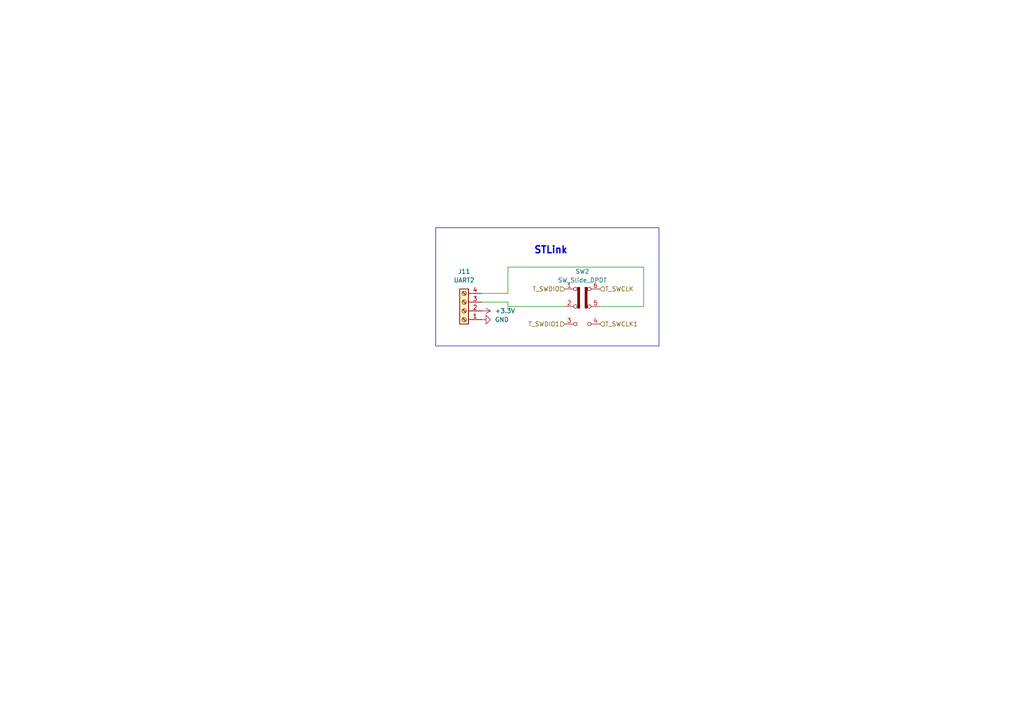
<source format=kicad_sch>
(kicad_sch (version 20231120) (generator "eeschema") (generator_version "8.0")
  (paper "A4")
  (lib_symbols
    (symbol "Connector:Screw_Terminal_01x04" (pin_names (offset 1.016) hide)
      (property "Reference" "J" (at 0 5.08 0))
      (property "Value" "Screw_Terminal_01x04" (at 0 -7.62 0))
      (symbol "Screw_Terminal_01x04_1_1"
        (rectangle (start -1.27 3.81) (end 1.27 -6.35) (stroke (width 0.254)) (fill (type background)))
        (circle (center 0 -5.08) (radius 0.635) (stroke (width 0.1524)))
        (circle (center 0 -2.54) (radius 0.635) (stroke (width 0.1524)))
        (polyline (pts (xy -0.5334 -4.7498) (xy 0.3302 -5.588)) (stroke (width 0.1524)))
        (polyline (pts (xy -0.5334 -2.2098) (xy 0.3302 -3.048)) (stroke (width 0.1524)))
        (polyline (pts (xy -0.5334 0.3302) (xy 0.3302 -0.508)) (stroke (width 0.1524)))
        (polyline (pts (xy -0.5334 2.8702) (xy 0.3302 2.032)) (stroke (width 0.1524)))
        (polyline (pts (xy -0.3556 -4.572) (xy 0.508 -5.4102)) (stroke (width 0.1524)))
        (polyline (pts (xy -0.3556 -2.032) (xy 0.508 -2.8702)) (stroke (width 0.1524)))
        (polyline (pts (xy -0.3556 0.508) (xy 0.508 -0.3302)) (stroke (width 0.1524)))
        (polyline (pts (xy -0.3556 3.048) (xy 0.508 2.2098)) (stroke (width 0.1524)))
        (circle (center 0 0) (radius 0.635) (stroke (width 0.1524)))
        (circle (center 0 2.54) (radius 0.635) (stroke (width 0.1524)))
        (pin passive line (at -5.08 2.54 0) (length 3.81) (name "Pin_1") (number "1"))
        (pin passive line (at -5.08 0 0) (length 3.81) (name "Pin_2") (number "2"))
        (pin passive line (at -5.08 -2.54 0) (length 3.81) (name "Pin_3") (number "3"))
        (pin passive line (at -5.08 -5.08 0) (length 3.81) (name "Pin_4") (number "4"))
      )
    )
    (symbol "Switch:SW_Slide_DPDT" (pin_names (offset 0) hide)
      (property "Reference" "SW" (at 0 6.858 0))
      (property "Value" "SW_Slide_DPDT" (at 0 -8.128 0))
      (symbol "SW_Slide_DPDT_0_0"
        (circle (center -2.032 -5.08) (radius 0.508))
        (circle (center -2.032 5.08) (radius 0.508))
        (circle (center 2.032 -5.08) (radius 0.508))
        (circle (center 2.032 0) (radius 0.508))
      )
      (symbol "SW_Slide_DPDT_0_1"
        (circle (center -2.032 0) (radius 0.508))
        (circle (center 2.032 5.08) (radius 0.508))
      )
      (symbol "SW_Slide_DPDT_1_1"
        (rectangle (start -1.397 5.588) (end -0.762 -0.508) (fill (type outline)))
        (rectangle (start 0.762 5.588) (end 1.397 -0.508) (fill (type outline)))
        (pin passive line (at -5.08 5.08 0) (length 2.54) (name "A") (number "1"))
        (pin passive line (at -5.08 0 0) (length 2.54) (name "B") (number "2"))
        (pin passive line (at -5.08 -5.08 0) (length 2.54) (name "C") (number "3"))
        (pin passive line (at 5.08 -5.08 180) (length 2.54) (name "A") (number "4"))
        (pin passive line (at 5.08 0 180) (length 2.54) (name "B") (number "5"))
        (pin passive line (at 5.08 5.08 180) (length 2.54) (name "C") (number "6"))
      )
    )
    (symbol "power:+3.3V" (power) (pin_numbers hide) (pin_names (offset 0) hide)
      (property "Value" "+3.3V" (at 0 3.556 0))
      (symbol "+3.3V_0_1"
        (polyline (pts (xy -0.762 1.27) (xy 0 2.54)))
        (polyline (pts (xy 0 0) (xy 0 2.54)))
        (polyline (pts (xy 0 2.54) (xy 0.762 1.27)))
      )
      (symbol "+3.3V_1_1"
        (pin power_in line (at 0 0 90) (length 0) (name "~") (number "1"))
      )
    )
    (symbol "power:GND" (power) (pin_numbers hide) (pin_names (offset 0) hide)
      (property "Value" "GND" (at 0 -3.81 0))
      (symbol "GND_0_1"
        (polyline (pts (xy 0 0) (xy 0 -1.27) (xy 1.27 -1.27) (xy 0 -2.54) (xy -1.27 -1.27) (xy 0 -1.27)))
      )
      (symbol "GND_1_1"
        (pin power_in line (at 0 0 270) (length 0) (name "~") (number "1"))
      )
    )
  )
  (wire (pts (xy 147.32 77.47) (xy 147.32 85.09)))
  (wire (pts (xy 147.32 85.09) (xy 139.7 85.09)))
  (wire (pts (xy 147.32 88.9) (xy 163.83 88.9)))
  (wire (pts (xy 147.32 87.63) (xy 139.7 87.63)))
  (wire (pts (xy 186.69 88.9) (xy 186.69 77.47)))
  (wire (pts (xy 186.69 77.47) (xy 147.32 77.47)))
  (wire (pts (xy 147.32 88.9) (xy 147.32 87.63)))
  (wire (pts (xy 173.99 88.9) (xy 186.69 88.9)))
  (rectangle (start 126.365 66.04) (end 191.135 100.33))
  (text "STLink" (at 159.766 72.644 0) (effects (font (size 2 2) (thickness 0.4) (bold yes))))
  (hierarchical_label "T_SWCLK1" (shape input) (at 173.99 93.98 0))
  (hierarchical_label "T_SWCLK" (shape input) (at 173.99 83.82 0))
  (hierarchical_label "T_SWDIO" (shape input) (at 163.83 83.82 180))
  (hierarchical_label "T_SWDIO1" (shape input) (at 163.83 93.98 180))
  (symbol (lib_id "Connector:Screw_Terminal_01x04") (at 134.62 90.17 180) (unit 1)
    (property "Reference" "J11" (at 134.62 78.74 0))
    (property "Value" "UART2" (at 134.62 81.28 0))
    (property "Footprint" "Connector_JST:JST_XH_B4B-XH-A_1x04_P2.50mm_Vertical" (effects (hide yes)))
  )
  (symbol (lib_id "power:GND") (at 139.7 92.71 90) (unit 1)
    (property "Reference" "#PWR058" (effects (hide yes)))
    (property "Value" "GND" (at 143.51 92.7099 90) (effects (justify right)))
    (property "Description" "Power symbol creates a global label with name \"GND\" , ground" (effects (hide yes)))
  )
  (symbol (lib_id "power:+3.3V") (at 139.7 90.17 270) (unit 1)
    (property "Reference" "#PWR057" (effects (hide yes)))
    (property "Value" "+3.3V" (at 143.51 90.1699 90) (effects (justify left)))
    (property "Description" "Power symbol creates a global label with name \"+3.3V\"" (effects (hide yes)))
  )
  (symbol (lib_id "Switch:SW_Slide_DPDT") (at 168.91 88.9 0) (unit 1)
    (property "Reference" "SW2" (at 168.91 78.74 0))
    (property "Value" "SW_Slide_DPDT" (at 168.91 81.28 0))
    (property "Footprint" "Button_Switch_THT:SW_E-Switch_EG1271_SPDT" (effects (hide yes)))
    (property "Description" "Slide Switch, dual pole double throw" (effects (hide yes)))
  )
)
</source>
